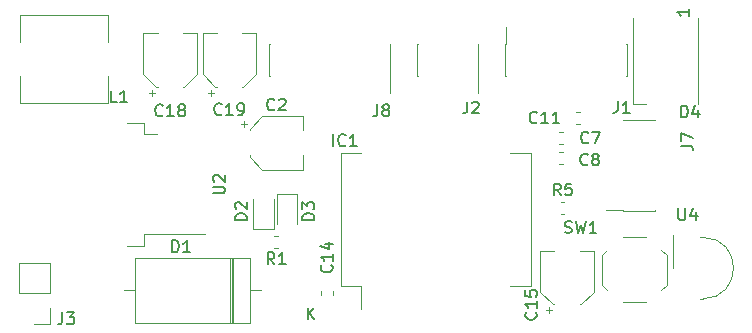
<source format=gbr>
G04 #@! TF.GenerationSoftware,KiCad,Pcbnew,5.1.0*
G04 #@! TF.CreationDate,2019-04-01T22:05:57-06:00*
G04 #@! TF.ProjectId,minisumo-FreeRTOS,6d696e69-7375-46d6-9f2d-467265655254,rev?*
G04 #@! TF.SameCoordinates,Original*
G04 #@! TF.FileFunction,Legend,Top*
G04 #@! TF.FilePolarity,Positive*
%FSLAX46Y46*%
G04 Gerber Fmt 4.6, Leading zero omitted, Abs format (unit mm)*
G04 Created by KiCad (PCBNEW 5.1.0) date 2019-04-01 22:05:57*
%MOMM*%
%LPD*%
G04 APERTURE LIST*
%ADD10C,0.120000*%
%ADD11C,0.150000*%
G04 APERTURE END LIST*
D10*
X118200000Y-84700000D02*
X118200000Y-87000000D01*
X110800000Y-84700000D02*
X118200000Y-84700000D01*
X110800000Y-87000000D02*
X110800000Y-84700000D01*
X110800000Y-92100000D02*
X110800000Y-89800000D01*
X118200000Y-92100000D02*
X110800000Y-92100000D01*
X118200000Y-89800000D02*
X118200000Y-92100000D01*
X119825000Y-104200000D02*
X121325000Y-104200000D01*
X121325000Y-104200000D02*
X121325000Y-103250000D01*
X121325000Y-103250000D02*
X126450000Y-103250000D01*
X119825000Y-93800000D02*
X121325000Y-93800000D01*
X121325000Y-93800000D02*
X121325000Y-94750000D01*
X121325000Y-94750000D02*
X122425000Y-94750000D01*
X137950000Y-96400000D02*
X137950000Y-107600000D01*
X139700000Y-107600000D02*
X139700000Y-109600000D01*
X137950000Y-107600000D02*
X139700000Y-107600000D01*
X154050000Y-107600000D02*
X152300000Y-107600000D01*
X154050000Y-96400000D02*
X154050000Y-107600000D01*
X154050000Y-96400000D02*
X152300000Y-96400000D01*
X137950000Y-96400000D02*
X139700000Y-96400000D01*
X134760000Y-97760000D02*
X134760000Y-96560000D01*
X134760000Y-93240000D02*
X134760000Y-94440000D01*
X131304437Y-93240000D02*
X134760000Y-93240000D01*
X131304437Y-97760000D02*
X134760000Y-97760000D01*
X130240000Y-96695563D02*
X130240000Y-96560000D01*
X130240000Y-94304437D02*
X130240000Y-94440000D01*
X130240000Y-94304437D02*
X131304437Y-93240000D01*
X130240000Y-96695563D02*
X131304437Y-97760000D01*
X129500000Y-93940000D02*
X130000000Y-93940000D01*
X129750000Y-93690000D02*
X129750000Y-94190000D01*
X156437221Y-95610000D02*
X156762779Y-95610000D01*
X156437221Y-94590000D02*
X156762779Y-94590000D01*
X156437221Y-96290000D02*
X156762779Y-96290000D01*
X156437221Y-97310000D02*
X156762779Y-97310000D01*
X157837221Y-92890000D02*
X158162779Y-92890000D01*
X157837221Y-93910000D02*
X158162779Y-93910000D01*
X137310000Y-108362779D02*
X137310000Y-108037221D01*
X136290000Y-108362779D02*
X136290000Y-108037221D01*
X159360000Y-104640000D02*
X158160000Y-104640000D01*
X154840000Y-104640000D02*
X156040000Y-104640000D01*
X154840000Y-108095563D02*
X154840000Y-104640000D01*
X159360000Y-108095563D02*
X159360000Y-104640000D01*
X158295563Y-109160000D02*
X158160000Y-109160000D01*
X155904437Y-109160000D02*
X156040000Y-109160000D01*
X155904437Y-109160000D02*
X154840000Y-108095563D01*
X158295563Y-109160000D02*
X159360000Y-108095563D01*
X155540000Y-109900000D02*
X155540000Y-109400000D01*
X155290000Y-109650000D02*
X155790000Y-109650000D01*
X130250000Y-110720000D02*
X130250000Y-105280000D01*
X130250000Y-105280000D02*
X120510000Y-105280000D01*
X120510000Y-105280000D02*
X120510000Y-110720000D01*
X120510000Y-110720000D02*
X130250000Y-110720000D01*
X131160000Y-108000000D02*
X130250000Y-108000000D01*
X119600000Y-108000000D02*
X120510000Y-108000000D01*
X128705000Y-110720000D02*
X128705000Y-105280000D01*
X128585000Y-110720000D02*
X128585000Y-105280000D01*
X128825000Y-110720000D02*
X128825000Y-105280000D01*
X130550000Y-102800000D02*
X132250000Y-102800000D01*
X132250000Y-102800000D02*
X132250000Y-100250000D01*
X130550000Y-102800000D02*
X130550000Y-100250000D01*
X134250000Y-99800000D02*
X134250000Y-102350000D01*
X132550000Y-99800000D02*
X132550000Y-102350000D01*
X134250000Y-99800000D02*
X132550000Y-99800000D01*
X168150000Y-84950000D02*
X168150000Y-92250000D01*
X162650000Y-84950000D02*
X162650000Y-92250000D01*
X162650000Y-92250000D02*
X163800000Y-92250000D01*
X149600000Y-87170000D02*
X149600000Y-89830000D01*
X149600000Y-89830000D02*
X149540000Y-89830000D01*
X144460000Y-89830000D02*
X144400000Y-89830000D01*
X144400000Y-87170000D02*
X144400000Y-89830000D01*
X149600000Y-87170000D02*
X149540000Y-87170000D01*
X144460000Y-87170000D02*
X144400000Y-87170000D01*
X149540000Y-89830000D02*
X149540000Y-91290000D01*
X164530000Y-101270000D02*
X161870000Y-101270000D01*
X161870000Y-101270000D02*
X161870000Y-101210000D01*
X161870000Y-93590000D02*
X161870000Y-93530000D01*
X164530000Y-93530000D02*
X161870000Y-93530000D01*
X164530000Y-101270000D02*
X164530000Y-101210000D01*
X164530000Y-93590000D02*
X164530000Y-93530000D01*
X161870000Y-101210000D02*
X160410000Y-101210000D01*
X142140000Y-87170000D02*
X142140000Y-89830000D01*
X142140000Y-89830000D02*
X142080000Y-89830000D01*
X131920000Y-89830000D02*
X131860000Y-89830000D01*
X131860000Y-87170000D02*
X131860000Y-89830000D01*
X142140000Y-87170000D02*
X142080000Y-87170000D01*
X131920000Y-87170000D02*
X131860000Y-87170000D01*
X142080000Y-89830000D02*
X142080000Y-91290000D01*
X132650279Y-104410000D02*
X132324721Y-104410000D01*
X132650279Y-103390000D02*
X132324721Y-103390000D01*
X156549721Y-100490000D02*
X156875279Y-100490000D01*
X156549721Y-101510000D02*
X156875279Y-101510000D01*
X160500000Y-104550000D02*
X160050000Y-105000000D01*
X160500000Y-107950000D02*
X160050000Y-107500000D01*
X165100000Y-107950000D02*
X165550000Y-107500000D01*
X165100000Y-104550000D02*
X165550000Y-105000000D01*
X163800000Y-109000000D02*
X161800000Y-109000000D01*
X160050000Y-105000000D02*
X160050000Y-107500000D01*
X163800000Y-103500000D02*
X161800000Y-103500000D01*
X165550000Y-105000000D02*
X165550000Y-107500000D01*
X168600000Y-103500000D02*
X168400000Y-103500000D01*
X168600000Y-108700000D02*
X168400000Y-108700000D01*
X166040000Y-103300000D02*
X166040000Y-106060000D01*
X168600000Y-108700000D02*
G75*
G03X168600000Y-103500000I0J2600000D01*
G01*
X151860000Y-89830000D02*
X151860000Y-87170000D01*
X151860000Y-87170000D02*
X151920000Y-87170000D01*
X162080000Y-87170000D02*
X162140000Y-87170000D01*
X162140000Y-89830000D02*
X162140000Y-87170000D01*
X151860000Y-89830000D02*
X151920000Y-89830000D01*
X162080000Y-89830000D02*
X162140000Y-89830000D01*
X151920000Y-87170000D02*
X151920000Y-85710000D01*
X113330000Y-105630000D02*
X110670000Y-105630000D01*
X113330000Y-108230000D02*
X113330000Y-105630000D01*
X110670000Y-108230000D02*
X110670000Y-105630000D01*
X113330000Y-108230000D02*
X110670000Y-108230000D01*
X113330000Y-109500000D02*
X113330000Y-110830000D01*
X113330000Y-110830000D02*
X112000000Y-110830000D01*
X125760000Y-86240000D02*
X124560000Y-86240000D01*
X121240000Y-86240000D02*
X122440000Y-86240000D01*
X121240000Y-89695563D02*
X121240000Y-86240000D01*
X125760000Y-89695563D02*
X125760000Y-86240000D01*
X124695563Y-90760000D02*
X124560000Y-90760000D01*
X122304437Y-90760000D02*
X122440000Y-90760000D01*
X122304437Y-90760000D02*
X121240000Y-89695563D01*
X124695563Y-90760000D02*
X125760000Y-89695563D01*
X121940000Y-91500000D02*
X121940000Y-91000000D01*
X121690000Y-91250000D02*
X122190000Y-91250000D01*
X130760000Y-86240000D02*
X129560000Y-86240000D01*
X126240000Y-86240000D02*
X127440000Y-86240000D01*
X126240000Y-89695563D02*
X126240000Y-86240000D01*
X130760000Y-89695563D02*
X130760000Y-86240000D01*
X129695563Y-90760000D02*
X129560000Y-90760000D01*
X127304437Y-90760000D02*
X127440000Y-90760000D01*
X127304437Y-90760000D02*
X126240000Y-89695563D01*
X129695563Y-90760000D02*
X130760000Y-89695563D01*
X126940000Y-91500000D02*
X126940000Y-91000000D01*
X126690000Y-91250000D02*
X127190000Y-91250000D01*
D11*
X118983333Y-92077380D02*
X118507142Y-92077380D01*
X118507142Y-91077380D01*
X119840476Y-92077380D02*
X119269047Y-92077380D01*
X119554761Y-92077380D02*
X119554761Y-91077380D01*
X119459523Y-91220238D01*
X119364285Y-91315476D01*
X119269047Y-91363095D01*
X127127380Y-99786904D02*
X127936904Y-99786904D01*
X128032142Y-99739285D01*
X128079761Y-99691666D01*
X128127380Y-99596428D01*
X128127380Y-99405952D01*
X128079761Y-99310714D01*
X128032142Y-99263095D01*
X127936904Y-99215476D01*
X127127380Y-99215476D01*
X127222619Y-98786904D02*
X127175000Y-98739285D01*
X127127380Y-98644047D01*
X127127380Y-98405952D01*
X127175000Y-98310714D01*
X127222619Y-98263095D01*
X127317857Y-98215476D01*
X127413095Y-98215476D01*
X127555952Y-98263095D01*
X128127380Y-98834523D01*
X128127380Y-98215476D01*
X137298809Y-95777380D02*
X137298809Y-94777380D01*
X138346428Y-95682142D02*
X138298809Y-95729761D01*
X138155952Y-95777380D01*
X138060714Y-95777380D01*
X137917857Y-95729761D01*
X137822619Y-95634523D01*
X137775000Y-95539285D01*
X137727380Y-95348809D01*
X137727380Y-95205952D01*
X137775000Y-95015476D01*
X137822619Y-94920238D01*
X137917857Y-94825000D01*
X138060714Y-94777380D01*
X138155952Y-94777380D01*
X138298809Y-94825000D01*
X138346428Y-94872619D01*
X139298809Y-95777380D02*
X138727380Y-95777380D01*
X139013095Y-95777380D02*
X139013095Y-94777380D01*
X138917857Y-94920238D01*
X138822619Y-95015476D01*
X138727380Y-95063095D01*
X132333333Y-92657142D02*
X132285714Y-92704761D01*
X132142857Y-92752380D01*
X132047619Y-92752380D01*
X131904761Y-92704761D01*
X131809523Y-92609523D01*
X131761904Y-92514285D01*
X131714285Y-92323809D01*
X131714285Y-92180952D01*
X131761904Y-91990476D01*
X131809523Y-91895238D01*
X131904761Y-91800000D01*
X132047619Y-91752380D01*
X132142857Y-91752380D01*
X132285714Y-91800000D01*
X132333333Y-91847619D01*
X132714285Y-91847619D02*
X132761904Y-91800000D01*
X132857142Y-91752380D01*
X133095238Y-91752380D01*
X133190476Y-91800000D01*
X133238095Y-91847619D01*
X133285714Y-91942857D01*
X133285714Y-92038095D01*
X133238095Y-92180952D01*
X132666666Y-92752380D01*
X133285714Y-92752380D01*
X158908333Y-95457142D02*
X158860714Y-95504761D01*
X158717857Y-95552380D01*
X158622619Y-95552380D01*
X158479761Y-95504761D01*
X158384523Y-95409523D01*
X158336904Y-95314285D01*
X158289285Y-95123809D01*
X158289285Y-94980952D01*
X158336904Y-94790476D01*
X158384523Y-94695238D01*
X158479761Y-94600000D01*
X158622619Y-94552380D01*
X158717857Y-94552380D01*
X158860714Y-94600000D01*
X158908333Y-94647619D01*
X159241666Y-94552380D02*
X159908333Y-94552380D01*
X159479761Y-95552380D01*
X158858333Y-97307142D02*
X158810714Y-97354761D01*
X158667857Y-97402380D01*
X158572619Y-97402380D01*
X158429761Y-97354761D01*
X158334523Y-97259523D01*
X158286904Y-97164285D01*
X158239285Y-96973809D01*
X158239285Y-96830952D01*
X158286904Y-96640476D01*
X158334523Y-96545238D01*
X158429761Y-96450000D01*
X158572619Y-96402380D01*
X158667857Y-96402380D01*
X158810714Y-96450000D01*
X158858333Y-96497619D01*
X159429761Y-96830952D02*
X159334523Y-96783333D01*
X159286904Y-96735714D01*
X159239285Y-96640476D01*
X159239285Y-96592857D01*
X159286904Y-96497619D01*
X159334523Y-96450000D01*
X159429761Y-96402380D01*
X159620238Y-96402380D01*
X159715476Y-96450000D01*
X159763095Y-96497619D01*
X159810714Y-96592857D01*
X159810714Y-96640476D01*
X159763095Y-96735714D01*
X159715476Y-96783333D01*
X159620238Y-96830952D01*
X159429761Y-96830952D01*
X159334523Y-96878571D01*
X159286904Y-96926190D01*
X159239285Y-97021428D01*
X159239285Y-97211904D01*
X159286904Y-97307142D01*
X159334523Y-97354761D01*
X159429761Y-97402380D01*
X159620238Y-97402380D01*
X159715476Y-97354761D01*
X159763095Y-97307142D01*
X159810714Y-97211904D01*
X159810714Y-97021428D01*
X159763095Y-96926190D01*
X159715476Y-96878571D01*
X159620238Y-96830952D01*
X154557142Y-93757142D02*
X154509523Y-93804761D01*
X154366666Y-93852380D01*
X154271428Y-93852380D01*
X154128571Y-93804761D01*
X154033333Y-93709523D01*
X153985714Y-93614285D01*
X153938095Y-93423809D01*
X153938095Y-93280952D01*
X153985714Y-93090476D01*
X154033333Y-92995238D01*
X154128571Y-92900000D01*
X154271428Y-92852380D01*
X154366666Y-92852380D01*
X154509523Y-92900000D01*
X154557142Y-92947619D01*
X155509523Y-93852380D02*
X154938095Y-93852380D01*
X155223809Y-93852380D02*
X155223809Y-92852380D01*
X155128571Y-92995238D01*
X155033333Y-93090476D01*
X154938095Y-93138095D01*
X156461904Y-93852380D02*
X155890476Y-93852380D01*
X156176190Y-93852380D02*
X156176190Y-92852380D01*
X156080952Y-92995238D01*
X155985714Y-93090476D01*
X155890476Y-93138095D01*
X137157142Y-105842857D02*
X137204761Y-105890476D01*
X137252380Y-106033333D01*
X137252380Y-106128571D01*
X137204761Y-106271428D01*
X137109523Y-106366666D01*
X137014285Y-106414285D01*
X136823809Y-106461904D01*
X136680952Y-106461904D01*
X136490476Y-106414285D01*
X136395238Y-106366666D01*
X136300000Y-106271428D01*
X136252380Y-106128571D01*
X136252380Y-106033333D01*
X136300000Y-105890476D01*
X136347619Y-105842857D01*
X137252380Y-104890476D02*
X137252380Y-105461904D01*
X137252380Y-105176190D02*
X136252380Y-105176190D01*
X136395238Y-105271428D01*
X136490476Y-105366666D01*
X136538095Y-105461904D01*
X136585714Y-104033333D02*
X137252380Y-104033333D01*
X136204761Y-104271428D02*
X136919047Y-104509523D01*
X136919047Y-103890476D01*
X154457142Y-109842857D02*
X154504761Y-109890476D01*
X154552380Y-110033333D01*
X154552380Y-110128571D01*
X154504761Y-110271428D01*
X154409523Y-110366666D01*
X154314285Y-110414285D01*
X154123809Y-110461904D01*
X153980952Y-110461904D01*
X153790476Y-110414285D01*
X153695238Y-110366666D01*
X153600000Y-110271428D01*
X153552380Y-110128571D01*
X153552380Y-110033333D01*
X153600000Y-109890476D01*
X153647619Y-109842857D01*
X154552380Y-108890476D02*
X154552380Y-109461904D01*
X154552380Y-109176190D02*
X153552380Y-109176190D01*
X153695238Y-109271428D01*
X153790476Y-109366666D01*
X153838095Y-109461904D01*
X153552380Y-107985714D02*
X153552380Y-108461904D01*
X154028571Y-108509523D01*
X153980952Y-108461904D01*
X153933333Y-108366666D01*
X153933333Y-108128571D01*
X153980952Y-108033333D01*
X154028571Y-107985714D01*
X154123809Y-107938095D01*
X154361904Y-107938095D01*
X154457142Y-107985714D01*
X154504761Y-108033333D01*
X154552380Y-108128571D01*
X154552380Y-108366666D01*
X154504761Y-108461904D01*
X154457142Y-108509523D01*
X123661904Y-104752380D02*
X123661904Y-103752380D01*
X123900000Y-103752380D01*
X124042857Y-103800000D01*
X124138095Y-103895238D01*
X124185714Y-103990476D01*
X124233333Y-104180952D01*
X124233333Y-104323809D01*
X124185714Y-104514285D01*
X124138095Y-104609523D01*
X124042857Y-104704761D01*
X123900000Y-104752380D01*
X123661904Y-104752380D01*
X125185714Y-104752380D02*
X124614285Y-104752380D01*
X124900000Y-104752380D02*
X124900000Y-103752380D01*
X124804761Y-103895238D01*
X124709523Y-103990476D01*
X124614285Y-104038095D01*
X135138095Y-110452380D02*
X135138095Y-109452380D01*
X135709523Y-110452380D02*
X135280952Y-109880952D01*
X135709523Y-109452380D02*
X135138095Y-110023809D01*
X130002380Y-102038095D02*
X129002380Y-102038095D01*
X129002380Y-101800000D01*
X129050000Y-101657142D01*
X129145238Y-101561904D01*
X129240476Y-101514285D01*
X129430952Y-101466666D01*
X129573809Y-101466666D01*
X129764285Y-101514285D01*
X129859523Y-101561904D01*
X129954761Y-101657142D01*
X130002380Y-101800000D01*
X130002380Y-102038095D01*
X129097619Y-101085714D02*
X129050000Y-101038095D01*
X129002380Y-100942857D01*
X129002380Y-100704761D01*
X129050000Y-100609523D01*
X129097619Y-100561904D01*
X129192857Y-100514285D01*
X129288095Y-100514285D01*
X129430952Y-100561904D01*
X130002380Y-101133333D01*
X130002380Y-100514285D01*
X135702380Y-102038095D02*
X134702380Y-102038095D01*
X134702380Y-101800000D01*
X134750000Y-101657142D01*
X134845238Y-101561904D01*
X134940476Y-101514285D01*
X135130952Y-101466666D01*
X135273809Y-101466666D01*
X135464285Y-101514285D01*
X135559523Y-101561904D01*
X135654761Y-101657142D01*
X135702380Y-101800000D01*
X135702380Y-102038095D01*
X134702380Y-101133333D02*
X134702380Y-100514285D01*
X135083333Y-100847619D01*
X135083333Y-100704761D01*
X135130952Y-100609523D01*
X135178571Y-100561904D01*
X135273809Y-100514285D01*
X135511904Y-100514285D01*
X135607142Y-100561904D01*
X135654761Y-100609523D01*
X135702380Y-100704761D01*
X135702380Y-100990476D01*
X135654761Y-101085714D01*
X135607142Y-101133333D01*
X166761904Y-93352380D02*
X166761904Y-92352380D01*
X167000000Y-92352380D01*
X167142857Y-92400000D01*
X167238095Y-92495238D01*
X167285714Y-92590476D01*
X167333333Y-92780952D01*
X167333333Y-92923809D01*
X167285714Y-93114285D01*
X167238095Y-93209523D01*
X167142857Y-93304761D01*
X167000000Y-93352380D01*
X166761904Y-93352380D01*
X168190476Y-92685714D02*
X168190476Y-93352380D01*
X167952380Y-92304761D02*
X167714285Y-93019047D01*
X168333333Y-93019047D01*
X167452380Y-84164285D02*
X167452380Y-84735714D01*
X167452380Y-84450000D02*
X166452380Y-84450000D01*
X166595238Y-84545238D01*
X166690476Y-84640476D01*
X166738095Y-84735714D01*
X148641666Y-92002380D02*
X148641666Y-92716666D01*
X148594047Y-92859523D01*
X148498809Y-92954761D01*
X148355952Y-93002380D01*
X148260714Y-93002380D01*
X149070238Y-92097619D02*
X149117857Y-92050000D01*
X149213095Y-92002380D01*
X149451190Y-92002380D01*
X149546428Y-92050000D01*
X149594047Y-92097619D01*
X149641666Y-92192857D01*
X149641666Y-92288095D01*
X149594047Y-92430952D01*
X149022619Y-93002380D01*
X149641666Y-93002380D01*
X166752380Y-95733333D02*
X167466666Y-95733333D01*
X167609523Y-95780952D01*
X167704761Y-95876190D01*
X167752380Y-96019047D01*
X167752380Y-96114285D01*
X166752380Y-95352380D02*
X166752380Y-94685714D01*
X167752380Y-95114285D01*
X141041666Y-92252380D02*
X141041666Y-92966666D01*
X140994047Y-93109523D01*
X140898809Y-93204761D01*
X140755952Y-93252380D01*
X140660714Y-93252380D01*
X141660714Y-92680952D02*
X141565476Y-92633333D01*
X141517857Y-92585714D01*
X141470238Y-92490476D01*
X141470238Y-92442857D01*
X141517857Y-92347619D01*
X141565476Y-92300000D01*
X141660714Y-92252380D01*
X141851190Y-92252380D01*
X141946428Y-92300000D01*
X141994047Y-92347619D01*
X142041666Y-92442857D01*
X142041666Y-92490476D01*
X141994047Y-92585714D01*
X141946428Y-92633333D01*
X141851190Y-92680952D01*
X141660714Y-92680952D01*
X141565476Y-92728571D01*
X141517857Y-92776190D01*
X141470238Y-92871428D01*
X141470238Y-93061904D01*
X141517857Y-93157142D01*
X141565476Y-93204761D01*
X141660714Y-93252380D01*
X141851190Y-93252380D01*
X141946428Y-93204761D01*
X141994047Y-93157142D01*
X142041666Y-93061904D01*
X142041666Y-92871428D01*
X141994047Y-92776190D01*
X141946428Y-92728571D01*
X141851190Y-92680952D01*
X132320833Y-105782380D02*
X131987500Y-105306190D01*
X131749404Y-105782380D02*
X131749404Y-104782380D01*
X132130357Y-104782380D01*
X132225595Y-104830000D01*
X132273214Y-104877619D01*
X132320833Y-104972857D01*
X132320833Y-105115714D01*
X132273214Y-105210952D01*
X132225595Y-105258571D01*
X132130357Y-105306190D01*
X131749404Y-105306190D01*
X133273214Y-105782380D02*
X132701785Y-105782380D01*
X132987500Y-105782380D02*
X132987500Y-104782380D01*
X132892261Y-104925238D01*
X132797023Y-105020476D01*
X132701785Y-105068095D01*
X156558333Y-99952380D02*
X156225000Y-99476190D01*
X155986904Y-99952380D02*
X155986904Y-98952380D01*
X156367857Y-98952380D01*
X156463095Y-99000000D01*
X156510714Y-99047619D01*
X156558333Y-99142857D01*
X156558333Y-99285714D01*
X156510714Y-99380952D01*
X156463095Y-99428571D01*
X156367857Y-99476190D01*
X155986904Y-99476190D01*
X157463095Y-98952380D02*
X156986904Y-98952380D01*
X156939285Y-99428571D01*
X156986904Y-99380952D01*
X157082142Y-99333333D01*
X157320238Y-99333333D01*
X157415476Y-99380952D01*
X157463095Y-99428571D01*
X157510714Y-99523809D01*
X157510714Y-99761904D01*
X157463095Y-99857142D01*
X157415476Y-99904761D01*
X157320238Y-99952380D01*
X157082142Y-99952380D01*
X156986904Y-99904761D01*
X156939285Y-99857142D01*
X156916666Y-103079761D02*
X157059523Y-103127380D01*
X157297619Y-103127380D01*
X157392857Y-103079761D01*
X157440476Y-103032142D01*
X157488095Y-102936904D01*
X157488095Y-102841666D01*
X157440476Y-102746428D01*
X157392857Y-102698809D01*
X157297619Y-102651190D01*
X157107142Y-102603571D01*
X157011904Y-102555952D01*
X156964285Y-102508333D01*
X156916666Y-102413095D01*
X156916666Y-102317857D01*
X156964285Y-102222619D01*
X157011904Y-102175000D01*
X157107142Y-102127380D01*
X157345238Y-102127380D01*
X157488095Y-102175000D01*
X157821428Y-102127380D02*
X158059523Y-103127380D01*
X158250000Y-102413095D01*
X158440476Y-103127380D01*
X158678571Y-102127380D01*
X159583333Y-103127380D02*
X159011904Y-103127380D01*
X159297619Y-103127380D02*
X159297619Y-102127380D01*
X159202380Y-102270238D01*
X159107142Y-102365476D01*
X159011904Y-102413095D01*
X166538095Y-101052380D02*
X166538095Y-101861904D01*
X166585714Y-101957142D01*
X166633333Y-102004761D01*
X166728571Y-102052380D01*
X166919047Y-102052380D01*
X167014285Y-102004761D01*
X167061904Y-101957142D01*
X167109523Y-101861904D01*
X167109523Y-101052380D01*
X168014285Y-101385714D02*
X168014285Y-102052380D01*
X167776190Y-101004761D02*
X167538095Y-101719047D01*
X168157142Y-101719047D01*
X161391666Y-91977380D02*
X161391666Y-92691666D01*
X161344047Y-92834523D01*
X161248809Y-92929761D01*
X161105952Y-92977380D01*
X161010714Y-92977380D01*
X162391666Y-92977380D02*
X161820238Y-92977380D01*
X162105952Y-92977380D02*
X162105952Y-91977380D01*
X162010714Y-92120238D01*
X161915476Y-92215476D01*
X161820238Y-92263095D01*
X114366666Y-109852380D02*
X114366666Y-110566666D01*
X114319047Y-110709523D01*
X114223809Y-110804761D01*
X114080952Y-110852380D01*
X113985714Y-110852380D01*
X114747619Y-109852380D02*
X115366666Y-109852380D01*
X115033333Y-110233333D01*
X115176190Y-110233333D01*
X115271428Y-110280952D01*
X115319047Y-110328571D01*
X115366666Y-110423809D01*
X115366666Y-110661904D01*
X115319047Y-110757142D01*
X115271428Y-110804761D01*
X115176190Y-110852380D01*
X114890476Y-110852380D01*
X114795238Y-110804761D01*
X114747619Y-110757142D01*
X122857142Y-93157142D02*
X122809523Y-93204761D01*
X122666666Y-93252380D01*
X122571428Y-93252380D01*
X122428571Y-93204761D01*
X122333333Y-93109523D01*
X122285714Y-93014285D01*
X122238095Y-92823809D01*
X122238095Y-92680952D01*
X122285714Y-92490476D01*
X122333333Y-92395238D01*
X122428571Y-92300000D01*
X122571428Y-92252380D01*
X122666666Y-92252380D01*
X122809523Y-92300000D01*
X122857142Y-92347619D01*
X123809523Y-93252380D02*
X123238095Y-93252380D01*
X123523809Y-93252380D02*
X123523809Y-92252380D01*
X123428571Y-92395238D01*
X123333333Y-92490476D01*
X123238095Y-92538095D01*
X124380952Y-92680952D02*
X124285714Y-92633333D01*
X124238095Y-92585714D01*
X124190476Y-92490476D01*
X124190476Y-92442857D01*
X124238095Y-92347619D01*
X124285714Y-92300000D01*
X124380952Y-92252380D01*
X124571428Y-92252380D01*
X124666666Y-92300000D01*
X124714285Y-92347619D01*
X124761904Y-92442857D01*
X124761904Y-92490476D01*
X124714285Y-92585714D01*
X124666666Y-92633333D01*
X124571428Y-92680952D01*
X124380952Y-92680952D01*
X124285714Y-92728571D01*
X124238095Y-92776190D01*
X124190476Y-92871428D01*
X124190476Y-93061904D01*
X124238095Y-93157142D01*
X124285714Y-93204761D01*
X124380952Y-93252380D01*
X124571428Y-93252380D01*
X124666666Y-93204761D01*
X124714285Y-93157142D01*
X124761904Y-93061904D01*
X124761904Y-92871428D01*
X124714285Y-92776190D01*
X124666666Y-92728571D01*
X124571428Y-92680952D01*
X127857142Y-93057142D02*
X127809523Y-93104761D01*
X127666666Y-93152380D01*
X127571428Y-93152380D01*
X127428571Y-93104761D01*
X127333333Y-93009523D01*
X127285714Y-92914285D01*
X127238095Y-92723809D01*
X127238095Y-92580952D01*
X127285714Y-92390476D01*
X127333333Y-92295238D01*
X127428571Y-92200000D01*
X127571428Y-92152380D01*
X127666666Y-92152380D01*
X127809523Y-92200000D01*
X127857142Y-92247619D01*
X128809523Y-93152380D02*
X128238095Y-93152380D01*
X128523809Y-93152380D02*
X128523809Y-92152380D01*
X128428571Y-92295238D01*
X128333333Y-92390476D01*
X128238095Y-92438095D01*
X129285714Y-93152380D02*
X129476190Y-93152380D01*
X129571428Y-93104761D01*
X129619047Y-93057142D01*
X129714285Y-92914285D01*
X129761904Y-92723809D01*
X129761904Y-92342857D01*
X129714285Y-92247619D01*
X129666666Y-92200000D01*
X129571428Y-92152380D01*
X129380952Y-92152380D01*
X129285714Y-92200000D01*
X129238095Y-92247619D01*
X129190476Y-92342857D01*
X129190476Y-92580952D01*
X129238095Y-92676190D01*
X129285714Y-92723809D01*
X129380952Y-92771428D01*
X129571428Y-92771428D01*
X129666666Y-92723809D01*
X129714285Y-92676190D01*
X129761904Y-92580952D01*
M02*

</source>
